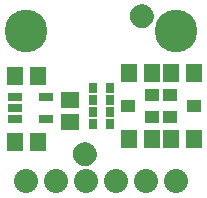
<source format=gbr>
G04 EAGLE Gerber RS-274X export*
G75*
%MOMM*%
%FSLAX34Y34*%
%LPD*%
%INSoldermask Top*%
%IPPOS*%
%AMOC8*
5,1,8,0,0,1.08239X$1,22.5*%
G01*
%ADD10R,0.701600X0.821600*%
%ADD11C,1.101600*%
%ADD12C,0.500000*%
%ADD13C,3.617600*%
%ADD14R,1.601600X1.341600*%
%ADD15R,1.301600X1.101600*%
%ADD16R,1.341600X1.601600*%
%ADD17R,1.301600X0.651600*%
%ADD18C,2.032000*%


D10*
X95900Y103950D03*
X95900Y93950D03*
X95900Y83950D03*
X95900Y73950D03*
X81900Y73950D03*
X81900Y83950D03*
X81900Y93950D03*
X81900Y103950D03*
D11*
X74930Y48260D03*
D12*
X74930Y55760D02*
X74749Y55758D01*
X74568Y55751D01*
X74387Y55740D01*
X74206Y55725D01*
X74026Y55705D01*
X73846Y55681D01*
X73667Y55653D01*
X73489Y55620D01*
X73312Y55583D01*
X73135Y55542D01*
X72960Y55497D01*
X72785Y55447D01*
X72612Y55393D01*
X72441Y55335D01*
X72270Y55273D01*
X72102Y55206D01*
X71935Y55136D01*
X71769Y55062D01*
X71606Y54983D01*
X71445Y54901D01*
X71285Y54815D01*
X71128Y54725D01*
X70973Y54631D01*
X70820Y54534D01*
X70670Y54432D01*
X70522Y54328D01*
X70376Y54219D01*
X70234Y54108D01*
X70094Y53992D01*
X69957Y53874D01*
X69822Y53752D01*
X69691Y53627D01*
X69563Y53499D01*
X69438Y53368D01*
X69316Y53233D01*
X69198Y53096D01*
X69082Y52956D01*
X68971Y52814D01*
X68862Y52668D01*
X68758Y52520D01*
X68656Y52370D01*
X68559Y52217D01*
X68465Y52062D01*
X68375Y51905D01*
X68289Y51745D01*
X68207Y51584D01*
X68128Y51421D01*
X68054Y51255D01*
X67984Y51088D01*
X67917Y50920D01*
X67855Y50749D01*
X67797Y50578D01*
X67743Y50405D01*
X67693Y50230D01*
X67648Y50055D01*
X67607Y49878D01*
X67570Y49701D01*
X67537Y49523D01*
X67509Y49344D01*
X67485Y49164D01*
X67465Y48984D01*
X67450Y48803D01*
X67439Y48622D01*
X67432Y48441D01*
X67430Y48260D01*
X74930Y55760D02*
X75111Y55758D01*
X75292Y55751D01*
X75473Y55740D01*
X75654Y55725D01*
X75834Y55705D01*
X76014Y55681D01*
X76193Y55653D01*
X76371Y55620D01*
X76548Y55583D01*
X76725Y55542D01*
X76900Y55497D01*
X77075Y55447D01*
X77248Y55393D01*
X77419Y55335D01*
X77590Y55273D01*
X77758Y55206D01*
X77925Y55136D01*
X78091Y55062D01*
X78254Y54983D01*
X78415Y54901D01*
X78575Y54815D01*
X78732Y54725D01*
X78887Y54631D01*
X79040Y54534D01*
X79190Y54432D01*
X79338Y54328D01*
X79484Y54219D01*
X79626Y54108D01*
X79766Y53992D01*
X79903Y53874D01*
X80038Y53752D01*
X80169Y53627D01*
X80297Y53499D01*
X80422Y53368D01*
X80544Y53233D01*
X80662Y53096D01*
X80778Y52956D01*
X80889Y52814D01*
X80998Y52668D01*
X81102Y52520D01*
X81204Y52370D01*
X81301Y52217D01*
X81395Y52062D01*
X81485Y51905D01*
X81571Y51745D01*
X81653Y51584D01*
X81732Y51421D01*
X81806Y51255D01*
X81876Y51088D01*
X81943Y50920D01*
X82005Y50749D01*
X82063Y50578D01*
X82117Y50405D01*
X82167Y50230D01*
X82212Y50055D01*
X82253Y49878D01*
X82290Y49701D01*
X82323Y49523D01*
X82351Y49344D01*
X82375Y49164D01*
X82395Y48984D01*
X82410Y48803D01*
X82421Y48622D01*
X82428Y48441D01*
X82430Y48260D01*
X82428Y48079D01*
X82421Y47898D01*
X82410Y47717D01*
X82395Y47536D01*
X82375Y47356D01*
X82351Y47176D01*
X82323Y46997D01*
X82290Y46819D01*
X82253Y46642D01*
X82212Y46465D01*
X82167Y46290D01*
X82117Y46115D01*
X82063Y45942D01*
X82005Y45771D01*
X81943Y45600D01*
X81876Y45432D01*
X81806Y45265D01*
X81732Y45099D01*
X81653Y44936D01*
X81571Y44775D01*
X81485Y44615D01*
X81395Y44458D01*
X81301Y44303D01*
X81204Y44150D01*
X81102Y44000D01*
X80998Y43852D01*
X80889Y43706D01*
X80778Y43564D01*
X80662Y43424D01*
X80544Y43287D01*
X80422Y43152D01*
X80297Y43021D01*
X80169Y42893D01*
X80038Y42768D01*
X79903Y42646D01*
X79766Y42528D01*
X79626Y42412D01*
X79484Y42301D01*
X79338Y42192D01*
X79190Y42088D01*
X79040Y41986D01*
X78887Y41889D01*
X78732Y41795D01*
X78575Y41705D01*
X78415Y41619D01*
X78254Y41537D01*
X78091Y41458D01*
X77925Y41384D01*
X77758Y41314D01*
X77590Y41247D01*
X77419Y41185D01*
X77248Y41127D01*
X77075Y41073D01*
X76900Y41023D01*
X76725Y40978D01*
X76548Y40937D01*
X76371Y40900D01*
X76193Y40867D01*
X76014Y40839D01*
X75834Y40815D01*
X75654Y40795D01*
X75473Y40780D01*
X75292Y40769D01*
X75111Y40762D01*
X74930Y40760D01*
X74749Y40762D01*
X74568Y40769D01*
X74387Y40780D01*
X74206Y40795D01*
X74026Y40815D01*
X73846Y40839D01*
X73667Y40867D01*
X73489Y40900D01*
X73312Y40937D01*
X73135Y40978D01*
X72960Y41023D01*
X72785Y41073D01*
X72612Y41127D01*
X72441Y41185D01*
X72270Y41247D01*
X72102Y41314D01*
X71935Y41384D01*
X71769Y41458D01*
X71606Y41537D01*
X71445Y41619D01*
X71285Y41705D01*
X71128Y41795D01*
X70973Y41889D01*
X70820Y41986D01*
X70670Y42088D01*
X70522Y42192D01*
X70376Y42301D01*
X70234Y42412D01*
X70094Y42528D01*
X69957Y42646D01*
X69822Y42768D01*
X69691Y42893D01*
X69563Y43021D01*
X69438Y43152D01*
X69316Y43287D01*
X69198Y43424D01*
X69082Y43564D01*
X68971Y43706D01*
X68862Y43852D01*
X68758Y44000D01*
X68656Y44150D01*
X68559Y44303D01*
X68465Y44458D01*
X68375Y44615D01*
X68289Y44775D01*
X68207Y44936D01*
X68128Y45099D01*
X68054Y45265D01*
X67984Y45432D01*
X67917Y45600D01*
X67855Y45771D01*
X67797Y45942D01*
X67743Y46115D01*
X67693Y46290D01*
X67648Y46465D01*
X67607Y46642D01*
X67570Y46819D01*
X67537Y46997D01*
X67509Y47176D01*
X67485Y47356D01*
X67465Y47536D01*
X67450Y47717D01*
X67439Y47898D01*
X67432Y48079D01*
X67430Y48260D01*
D11*
X123190Y165100D03*
D12*
X123190Y172600D02*
X123009Y172598D01*
X122828Y172591D01*
X122647Y172580D01*
X122466Y172565D01*
X122286Y172545D01*
X122106Y172521D01*
X121927Y172493D01*
X121749Y172460D01*
X121572Y172423D01*
X121395Y172382D01*
X121220Y172337D01*
X121045Y172287D01*
X120872Y172233D01*
X120701Y172175D01*
X120530Y172113D01*
X120362Y172046D01*
X120195Y171976D01*
X120029Y171902D01*
X119866Y171823D01*
X119705Y171741D01*
X119545Y171655D01*
X119388Y171565D01*
X119233Y171471D01*
X119080Y171374D01*
X118930Y171272D01*
X118782Y171168D01*
X118636Y171059D01*
X118494Y170948D01*
X118354Y170832D01*
X118217Y170714D01*
X118082Y170592D01*
X117951Y170467D01*
X117823Y170339D01*
X117698Y170208D01*
X117576Y170073D01*
X117458Y169936D01*
X117342Y169796D01*
X117231Y169654D01*
X117122Y169508D01*
X117018Y169360D01*
X116916Y169210D01*
X116819Y169057D01*
X116725Y168902D01*
X116635Y168745D01*
X116549Y168585D01*
X116467Y168424D01*
X116388Y168261D01*
X116314Y168095D01*
X116244Y167928D01*
X116177Y167760D01*
X116115Y167589D01*
X116057Y167418D01*
X116003Y167245D01*
X115953Y167070D01*
X115908Y166895D01*
X115867Y166718D01*
X115830Y166541D01*
X115797Y166363D01*
X115769Y166184D01*
X115745Y166004D01*
X115725Y165824D01*
X115710Y165643D01*
X115699Y165462D01*
X115692Y165281D01*
X115690Y165100D01*
X123190Y172600D02*
X123371Y172598D01*
X123552Y172591D01*
X123733Y172580D01*
X123914Y172565D01*
X124094Y172545D01*
X124274Y172521D01*
X124453Y172493D01*
X124631Y172460D01*
X124808Y172423D01*
X124985Y172382D01*
X125160Y172337D01*
X125335Y172287D01*
X125508Y172233D01*
X125679Y172175D01*
X125850Y172113D01*
X126018Y172046D01*
X126185Y171976D01*
X126351Y171902D01*
X126514Y171823D01*
X126675Y171741D01*
X126835Y171655D01*
X126992Y171565D01*
X127147Y171471D01*
X127300Y171374D01*
X127450Y171272D01*
X127598Y171168D01*
X127744Y171059D01*
X127886Y170948D01*
X128026Y170832D01*
X128163Y170714D01*
X128298Y170592D01*
X128429Y170467D01*
X128557Y170339D01*
X128682Y170208D01*
X128804Y170073D01*
X128922Y169936D01*
X129038Y169796D01*
X129149Y169654D01*
X129258Y169508D01*
X129362Y169360D01*
X129464Y169210D01*
X129561Y169057D01*
X129655Y168902D01*
X129745Y168745D01*
X129831Y168585D01*
X129913Y168424D01*
X129992Y168261D01*
X130066Y168095D01*
X130136Y167928D01*
X130203Y167760D01*
X130265Y167589D01*
X130323Y167418D01*
X130377Y167245D01*
X130427Y167070D01*
X130472Y166895D01*
X130513Y166718D01*
X130550Y166541D01*
X130583Y166363D01*
X130611Y166184D01*
X130635Y166004D01*
X130655Y165824D01*
X130670Y165643D01*
X130681Y165462D01*
X130688Y165281D01*
X130690Y165100D01*
X130688Y164919D01*
X130681Y164738D01*
X130670Y164557D01*
X130655Y164376D01*
X130635Y164196D01*
X130611Y164016D01*
X130583Y163837D01*
X130550Y163659D01*
X130513Y163482D01*
X130472Y163305D01*
X130427Y163130D01*
X130377Y162955D01*
X130323Y162782D01*
X130265Y162611D01*
X130203Y162440D01*
X130136Y162272D01*
X130066Y162105D01*
X129992Y161939D01*
X129913Y161776D01*
X129831Y161615D01*
X129745Y161455D01*
X129655Y161298D01*
X129561Y161143D01*
X129464Y160990D01*
X129362Y160840D01*
X129258Y160692D01*
X129149Y160546D01*
X129038Y160404D01*
X128922Y160264D01*
X128804Y160127D01*
X128682Y159992D01*
X128557Y159861D01*
X128429Y159733D01*
X128298Y159608D01*
X128163Y159486D01*
X128026Y159368D01*
X127886Y159252D01*
X127744Y159141D01*
X127598Y159032D01*
X127450Y158928D01*
X127300Y158826D01*
X127147Y158729D01*
X126992Y158635D01*
X126835Y158545D01*
X126675Y158459D01*
X126514Y158377D01*
X126351Y158298D01*
X126185Y158224D01*
X126018Y158154D01*
X125850Y158087D01*
X125679Y158025D01*
X125508Y157967D01*
X125335Y157913D01*
X125160Y157863D01*
X124985Y157818D01*
X124808Y157777D01*
X124631Y157740D01*
X124453Y157707D01*
X124274Y157679D01*
X124094Y157655D01*
X123914Y157635D01*
X123733Y157620D01*
X123552Y157609D01*
X123371Y157602D01*
X123190Y157600D01*
X123009Y157602D01*
X122828Y157609D01*
X122647Y157620D01*
X122466Y157635D01*
X122286Y157655D01*
X122106Y157679D01*
X121927Y157707D01*
X121749Y157740D01*
X121572Y157777D01*
X121395Y157818D01*
X121220Y157863D01*
X121045Y157913D01*
X120872Y157967D01*
X120701Y158025D01*
X120530Y158087D01*
X120362Y158154D01*
X120195Y158224D01*
X120029Y158298D01*
X119866Y158377D01*
X119705Y158459D01*
X119545Y158545D01*
X119388Y158635D01*
X119233Y158729D01*
X119080Y158826D01*
X118930Y158928D01*
X118782Y159032D01*
X118636Y159141D01*
X118494Y159252D01*
X118354Y159368D01*
X118217Y159486D01*
X118082Y159608D01*
X117951Y159733D01*
X117823Y159861D01*
X117698Y159992D01*
X117576Y160127D01*
X117458Y160264D01*
X117342Y160404D01*
X117231Y160546D01*
X117122Y160692D01*
X117018Y160840D01*
X116916Y160990D01*
X116819Y161143D01*
X116725Y161298D01*
X116635Y161455D01*
X116549Y161615D01*
X116467Y161776D01*
X116388Y161939D01*
X116314Y162105D01*
X116244Y162272D01*
X116177Y162440D01*
X116115Y162611D01*
X116057Y162782D01*
X116003Y162955D01*
X115953Y163130D01*
X115908Y163305D01*
X115867Y163482D01*
X115830Y163659D01*
X115797Y163837D01*
X115769Y164016D01*
X115745Y164196D01*
X115725Y164376D01*
X115710Y164557D01*
X115699Y164738D01*
X115692Y164919D01*
X115690Y165100D01*
D13*
X25400Y152400D03*
X152400Y152400D03*
D14*
X62230Y75590D03*
X62230Y94590D03*
D15*
X111920Y88900D03*
X131920Y98400D03*
X131920Y79400D03*
X167480Y88900D03*
X147480Y79400D03*
X147480Y98400D03*
D16*
X131420Y116840D03*
X112420Y116840D03*
X166980Y116840D03*
X147980Y116840D03*
X112420Y60960D03*
X131420Y60960D03*
X166980Y60960D03*
X147980Y60960D03*
D17*
X16209Y97130D03*
X16209Y87630D03*
X16209Y78130D03*
X42211Y78130D03*
X42211Y97130D03*
D16*
X15900Y58420D03*
X34900Y58420D03*
X34900Y114300D03*
X15900Y114300D03*
D18*
X25400Y25400D03*
X50800Y25400D03*
X76200Y25400D03*
X101600Y25400D03*
X127000Y25400D03*
X152400Y25400D03*
M02*

</source>
